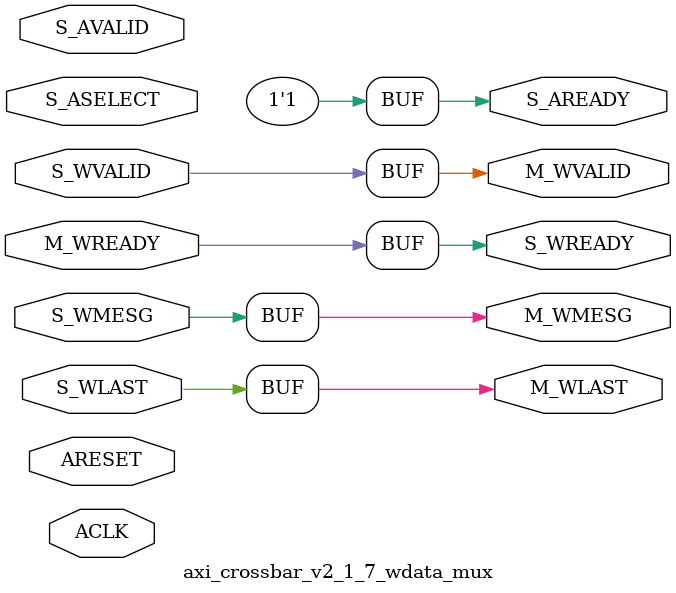
<source format=v>

`timescale 1ps/1ps
`default_nettype none

(* DowngradeIPIdentifiedWarnings="yes" *) 
module axi_crossbar_v2_1_7_wdata_mux #
  (
   parameter         C_FAMILY       = "none", // FPGA Family.
   parameter integer C_WMESG_WIDTH            =  1, // Width of W-channel payload.
   parameter integer C_NUM_SLAVE_SLOTS     =  1, // Number of S_* ports.
   parameter integer C_SELECT_WIDTH      =  1, // Width of ASELECT.
   parameter integer C_FIFO_DEPTH_LOG     =  0 // Queue depth = 2**C_FIFO_DEPTH_LOG.
   )
  (
   // System Signals
   input  wire                                        ACLK,
   input  wire                                        ARESET,
   // Slave Data Ports
   input  wire [C_NUM_SLAVE_SLOTS*C_WMESG_WIDTH-1:0]     S_WMESG,
   input  wire [C_NUM_SLAVE_SLOTS-1:0]                S_WLAST,
   input  wire [C_NUM_SLAVE_SLOTS-1:0]                S_WVALID,
   output wire [C_NUM_SLAVE_SLOTS-1:0]                S_WREADY,
   // Master Data Ports
   output wire [C_WMESG_WIDTH-1:0]                       M_WMESG,
   output wire                                        M_WLAST,
   output wire                                        M_WVALID,
   input  wire                                        M_WREADY,
   // Write Command Ports
   input  wire [C_SELECT_WIDTH-1:0]                 S_ASELECT,  // SI-slot index from AW arbiter
   input  wire                                        S_AVALID,
   output wire                                        S_AREADY
   );

  localparam integer P_FIFO_DEPTH_LOG = (C_FIFO_DEPTH_LOG <= 5) ? C_FIFO_DEPTH_LOG : 5;  // Max depth = 32
  
  // Decode select input to 1-hot
  function [C_NUM_SLAVE_SLOTS-1:0] f_decoder (
      input [C_SELECT_WIDTH-1:0] sel
    );
    integer i;
    begin
      for (i=0; i<C_NUM_SLAVE_SLOTS; i=i+1) begin
        f_decoder[i] = (sel == i);
      end
    end
  endfunction

  wire                                          m_valid_i;
  wire                                          m_last_i;
  wire [C_NUM_SLAVE_SLOTS-1:0]             m_select_hot;
  wire [C_SELECT_WIDTH-1:0]                 m_select_enc;
  wire                                          m_avalid;
  wire                                          m_aready;
  
  generate
    if (C_NUM_SLAVE_SLOTS>1) begin : gen_wmux
      // SI-side write command queue
      axi_data_fifo_v2_1_5_axic_reg_srl_fifo #
        (
         .C_FAMILY          (C_FAMILY),
         .C_FIFO_WIDTH      (C_SELECT_WIDTH),
         .C_FIFO_DEPTH_LOG  (P_FIFO_DEPTH_LOG),
         .C_USE_FULL        (0)
         )
        wmux_aw_fifo
          (
           .ACLK    (ACLK),
           .ARESET  (ARESET),
           .S_MESG  (S_ASELECT),
           .S_VALID (S_AVALID),
           .S_READY (S_AREADY),
           .M_MESG  (m_select_enc),
           .M_VALID (m_avalid),
           .M_READY (m_aready)
           );
    
      assign m_select_hot = f_decoder(m_select_enc);
      
      // Instantiate MUX
      generic_baseblocks_v2_1_0_mux_enc # 
        (
         .C_FAMILY      ("rtl"),
         .C_RATIO       (C_NUM_SLAVE_SLOTS),
         .C_SEL_WIDTH   (C_SELECT_WIDTH),
         .C_DATA_WIDTH  (C_WMESG_WIDTH)
        ) mux_w 
        (
         .S   (m_select_enc),
         .A   (S_WMESG),
         .O   (M_WMESG),
         .OE  (1'b1)
        ); 
        
      assign m_last_i  = |(S_WLAST & m_select_hot);
      assign m_valid_i = |(S_WVALID & m_select_hot);
      
      assign m_aready = m_valid_i & m_avalid & m_last_i & M_WREADY;
      assign M_WLAST = m_last_i;
      assign M_WVALID = m_valid_i & m_avalid;
      assign S_WREADY = m_select_hot & {C_NUM_SLAVE_SLOTS{m_avalid & M_WREADY}};
    end else begin : gen_no_wmux
      assign S_AREADY = 1'b1;
      assign M_WVALID = S_WVALID;
      assign S_WREADY = M_WREADY;
      assign M_WLAST = S_WLAST;
      assign M_WMESG = S_WMESG;
    end
  endgenerate
  
endmodule

`default_nettype wire

</source>
